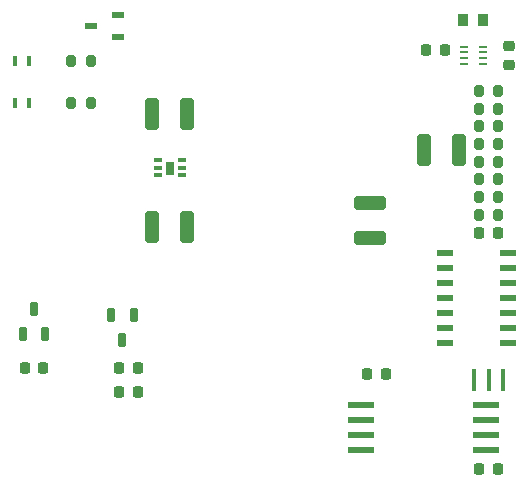
<source format=gtp>
%TF.GenerationSoftware,KiCad,Pcbnew,9.0.4*%
%TF.CreationDate,2025-11-06T05:12:52+09:00*%
%TF.ProjectId,CAN_Isolation,43414e5f-4973-46f6-9c61-74696f6e2e6b,Ver.1.1*%
%TF.SameCoordinates,Original*%
%TF.FileFunction,Paste,Top*%
%TF.FilePolarity,Positive*%
%FSLAX46Y46*%
G04 Gerber Fmt 4.6, Leading zero omitted, Abs format (unit mm)*
G04 Created by KiCad (PCBNEW 9.0.4) date 2025-11-06 05:12:52*
%MOMM*%
%LPD*%
G01*
G04 APERTURE LIST*
G04 Aperture macros list*
%AMRoundRect*
0 Rectangle with rounded corners*
0 $1 Rounding radius*
0 $2 $3 $4 $5 $6 $7 $8 $9 X,Y pos of 4 corners*
0 Add a 4 corners polygon primitive as box body*
4,1,4,$2,$3,$4,$5,$6,$7,$8,$9,$2,$3,0*
0 Add four circle primitives for the rounded corners*
1,1,$1+$1,$2,$3*
1,1,$1+$1,$4,$5*
1,1,$1+$1,$6,$7*
1,1,$1+$1,$8,$9*
0 Add four rect primitives between the rounded corners*
20,1,$1+$1,$2,$3,$4,$5,0*
20,1,$1+$1,$4,$5,$6,$7,0*
20,1,$1+$1,$6,$7,$8,$9,0*
20,1,$1+$1,$8,$9,$2,$3,0*%
G04 Aperture macros list end*
%ADD10C,0.010000*%
%ADD11RoundRect,0.225000X-0.225000X-0.250000X0.225000X-0.250000X0.225000X0.250000X-0.225000X0.250000X0*%
%ADD12RoundRect,0.200000X-0.200000X-0.275000X0.200000X-0.275000X0.200000X0.275000X-0.200000X0.275000X0*%
%ADD13R,2.253927X0.622132*%
%ADD14R,0.690000X0.320000*%
%ADD15RoundRect,0.250000X-0.325000X-1.100000X0.325000X-1.100000X0.325000X1.100000X-0.325000X1.100000X0*%
%ADD16R,1.016000X0.558800*%
%ADD17R,0.863600X0.990600*%
%ADD18RoundRect,0.075000X0.225000X-0.540000X0.225000X0.540000X-0.225000X0.540000X-0.225000X-0.540000X0*%
%ADD19R,0.393700X0.812800*%
%ADD20RoundRect,0.225000X-0.250000X0.225000X-0.250000X-0.225000X0.250000X-0.225000X0.250000X0.225000X0*%
%ADD21R,1.397000X0.558800*%
%ADD22R,0.711200X0.228600*%
%ADD23RoundRect,0.225000X0.225000X0.250000X-0.225000X0.250000X-0.225000X-0.250000X0.225000X-0.250000X0*%
%ADD24RoundRect,0.250000X0.325000X1.100000X-0.325000X1.100000X-0.325000X-1.100000X0.325000X-1.100000X0*%
%ADD25R,0.400000X1.900000*%
%ADD26RoundRect,0.250000X-1.100000X0.325000X-1.100000X-0.325000X1.100000X-0.325000X1.100000X0.325000X0*%
%ADD27RoundRect,0.075000X-0.225000X0.540000X-0.225000X-0.540000X0.225000X-0.540000X0.225000X0.540000X0*%
G04 APERTURE END LIST*
D10*
%TO.C,U5*%
X103973095Y-95300905D02*
X103341095Y-95300905D01*
X103341095Y-94288905D01*
X103973095Y-94288905D01*
X103973095Y-95300905D01*
G36*
X103973095Y-95300905D02*
G01*
X103341095Y-95300905D01*
X103341095Y-94288905D01*
X103973095Y-94288905D01*
X103973095Y-95300905D01*
G37*
%TD*%
D11*
%TO.C,C7*%
X129882095Y-100294905D03*
X131432095Y-100294905D03*
%TD*%
D12*
%TO.C,R9*%
X95332095Y-89294905D03*
X96982095Y-89294905D03*
%TD*%
D13*
%TO.C,U2*%
X130457618Y-118699905D03*
X130457618Y-117429905D03*
X130457618Y-116159905D03*
X130457618Y-114889905D03*
X119856572Y-114889905D03*
X119856572Y-116159905D03*
X119856572Y-117429905D03*
X119856572Y-118699905D03*
%TD*%
D11*
%TO.C,C10*%
X91382095Y-111794905D03*
X92932095Y-111794905D03*
%TD*%
D14*
%TO.C,U5*%
X104677095Y-95444905D03*
X104677095Y-94794905D03*
X104677095Y-94144905D03*
X102637095Y-94144905D03*
X102637095Y-94794905D03*
X102637095Y-95444905D03*
%TD*%
D15*
%TO.C,C2*%
X102182095Y-99794905D03*
X105132095Y-99794905D03*
%TD*%
D11*
%TO.C,C5*%
X129882095Y-120294905D03*
X131432095Y-120294905D03*
%TD*%
D16*
%TO.C,U6*%
X99300095Y-83744906D03*
X99300095Y-81844904D03*
X97014095Y-82794905D03*
%TD*%
D17*
%TO.C,L1*%
X128532394Y-82294905D03*
X130183394Y-82294905D03*
%TD*%
D11*
%TO.C,C11*%
X99382095Y-111794905D03*
X100932095Y-111794905D03*
%TD*%
D18*
%TO.C,D1*%
X91207095Y-108854905D03*
X93107095Y-108854905D03*
X92157095Y-106734905D03*
%TD*%
D19*
%TO.C,LED2*%
X91760345Y-85794905D03*
X90553845Y-85794905D03*
%TD*%
D20*
%TO.C,C8*%
X132357894Y-84519905D03*
X132357894Y-86069905D03*
%TD*%
D12*
%TO.C,R5*%
X129832095Y-92794905D03*
X131482095Y-92794905D03*
%TD*%
%TO.C,R3*%
X129832095Y-95794905D03*
X131482095Y-95794905D03*
%TD*%
D21*
%TO.C,U1*%
X127002795Y-101984905D03*
X127002795Y-103254905D03*
X127002795Y-104524905D03*
X127002795Y-105794905D03*
X127002795Y-107064905D03*
X127002795Y-108334905D03*
X127002795Y-109604905D03*
X132311395Y-109604905D03*
X132311395Y-108334905D03*
X132311395Y-107064905D03*
X132311395Y-105794905D03*
X132311395Y-104524905D03*
X132311395Y-103254905D03*
X132311395Y-101984905D03*
%TD*%
D19*
%TO.C,LED1*%
X91760345Y-89294905D03*
X90553845Y-89294905D03*
%TD*%
D22*
%TO.C,U7*%
X128558693Y-84544904D03*
X128558693Y-85044905D03*
X128558693Y-85544905D03*
X128558693Y-86044906D03*
X130157095Y-86044906D03*
X130157095Y-85544905D03*
X130157095Y-85044905D03*
X130157095Y-84544904D03*
%TD*%
D12*
%TO.C,R2*%
X129832095Y-97294905D03*
X131482095Y-97294905D03*
%TD*%
D15*
%TO.C,C1*%
X102182095Y-90294905D03*
X105132095Y-90294905D03*
%TD*%
D23*
%TO.C,C6*%
X121932095Y-112294905D03*
X120382095Y-112294905D03*
%TD*%
%TO.C,C12*%
X100932095Y-113794905D03*
X99382095Y-113794905D03*
%TD*%
D24*
%TO.C,C3*%
X128132095Y-93294905D03*
X125182095Y-93294905D03*
%TD*%
D25*
%TO.C,Y1*%
X131857095Y-112794905D03*
X130657095Y-112794905D03*
X129457095Y-112794905D03*
%TD*%
D26*
%TO.C,C4*%
X120657095Y-97819905D03*
X120657095Y-100769905D03*
%TD*%
D23*
%TO.C,C9*%
X126932095Y-84794905D03*
X125382095Y-84794905D03*
%TD*%
D27*
%TO.C,D2*%
X100607095Y-107234905D03*
X98707095Y-107234905D03*
X99657095Y-109354905D03*
%TD*%
D12*
%TO.C,R10*%
X95332095Y-85794905D03*
X96982095Y-85794905D03*
%TD*%
%TO.C,R6*%
X129832095Y-91294905D03*
X131482095Y-91294905D03*
%TD*%
%TO.C,R1*%
X129832095Y-98794905D03*
X131482095Y-98794905D03*
%TD*%
%TO.C,R7*%
X129832095Y-88294905D03*
X131482095Y-88294905D03*
%TD*%
%TO.C,R8*%
X129832095Y-89794905D03*
X131482095Y-89794905D03*
%TD*%
%TO.C,R4*%
X129832095Y-94294905D03*
X131482095Y-94294905D03*
%TD*%
M02*

</source>
